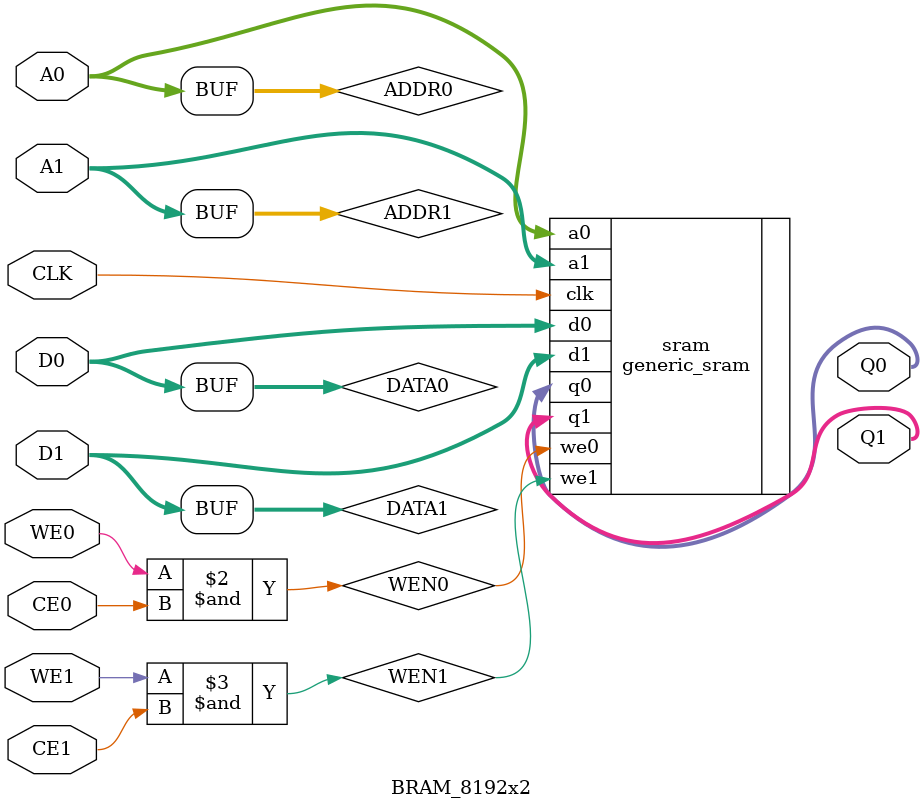
<source format=v>
`timescale 1 ps / 1 ps
module BRAM_8192x2( CLK, A0, D0, Q0, WE0, CE0, A1, D1, Q1, WE1, CE1 );

    input CLK;
    input [12:0] A0;
    input [1:0] D0;
    output [1:0] Q0;
    input WE0;
    input CE0;
    input [12:0] A1;
    input [1:0] D1;
    output [1:0] Q1;
    input WE1;
    input CE1;

    reg [12:0]  ADDR0;
    reg [12:0]  ADDR1;
    reg WEN0;
    reg WEN1;
    reg [1:0] DATA0;
    reg [1:0] DATA1;

    always @(*) begin
	#5
	ADDR0 = A0;
	ADDR1 = A1;
	WEN0 = WE0 & CE0;
	WEN1 = WE1 & CE1;
	DATA0 = D0;
	DATA1 = D1;
    end
  
    // generic SRAM for comp-kernel-only synthesis
    generic_sram
        #(
          .abits(13),
          .dbits(2)
         )
    sram
        (
         .clk(CLK),
         .a0(ADDR0),
         .a1(ADDR1),
         .d0(DATA0),
         .d1(DATA1),
         .q0(Q0),
         .q1(Q1),
         .we0(WEN0),
         .we1(WEN1)
        );

endmodule

</source>
